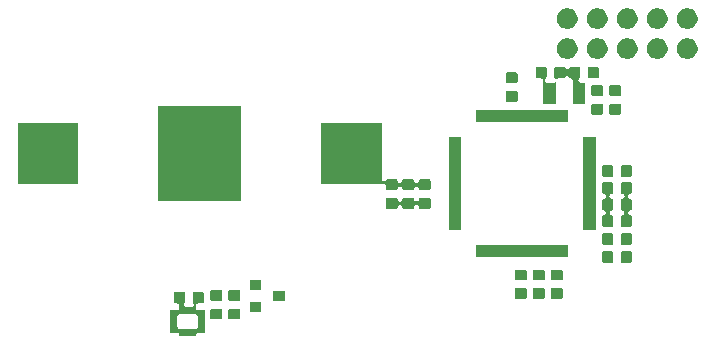
<source format=gbr>
G04 #@! TF.GenerationSoftware,KiCad,Pcbnew,5.0.2+dfsg1-1~bpo9+1*
G04 #@! TF.CreationDate,2019-04-08T01:26:04+03:00*
G04 #@! TF.ProjectId,kicad,6b696361-642e-46b6-9963-61645f706362,rev?*
G04 #@! TF.SameCoordinates,Original*
G04 #@! TF.FileFunction,Soldermask,Bot*
G04 #@! TF.FilePolarity,Negative*
%FSLAX46Y46*%
G04 Gerber Fmt 4.6, Leading zero omitted, Abs format (unit mm)*
G04 Created by KiCad (PCBNEW 5.0.2+dfsg1-1~bpo9+1) date Mon 08 Apr 2019 01:26:04 AM MSK*
%MOMM*%
%LPD*%
G01*
G04 APERTURE LIST*
%ADD10C,0.100000*%
G04 APERTURE END LIST*
D10*
G36*
X145466908Y-104913075D02*
X145491382Y-104920499D01*
X145513946Y-104932559D01*
X145533716Y-104948784D01*
X145549941Y-104968554D01*
X145562001Y-104991118D01*
X145569425Y-105015592D01*
X145572900Y-105050877D01*
X145572900Y-105769123D01*
X145569425Y-105804408D01*
X145562001Y-105828882D01*
X145549942Y-105851442D01*
X145531166Y-105874321D01*
X145509384Y-105906920D01*
X145494380Y-105943142D01*
X145486731Y-105981596D01*
X145486731Y-106020803D01*
X145494380Y-106059256D01*
X145509383Y-106095479D01*
X145531165Y-106128078D01*
X145558889Y-106155802D01*
X145591488Y-106177584D01*
X145627710Y-106192588D01*
X145666164Y-106200237D01*
X145685768Y-106201200D01*
X146109232Y-106201200D01*
X146148250Y-106197357D01*
X146185769Y-106185976D01*
X146220346Y-106167494D01*
X146250653Y-106142621D01*
X146275526Y-106112314D01*
X146294008Y-106077737D01*
X146305389Y-106040218D01*
X146309232Y-106001200D01*
X146305389Y-105962182D01*
X146294008Y-105924663D01*
X146275526Y-105890086D01*
X146263834Y-105874321D01*
X146245058Y-105851442D01*
X146232999Y-105828882D01*
X146225575Y-105804408D01*
X146222100Y-105769123D01*
X146222100Y-105050877D01*
X146225575Y-105015592D01*
X146232999Y-104991118D01*
X146245059Y-104968554D01*
X146261284Y-104948784D01*
X146281054Y-104932559D01*
X146303618Y-104920499D01*
X146328092Y-104913075D01*
X146363377Y-104909600D01*
X147006623Y-104909600D01*
X147041908Y-104913075D01*
X147066382Y-104920499D01*
X147088946Y-104932559D01*
X147108716Y-104948784D01*
X147124941Y-104968554D01*
X147137001Y-104991118D01*
X147144425Y-105015592D01*
X147147900Y-105050877D01*
X147147900Y-105769123D01*
X147144425Y-105804408D01*
X147137001Y-105828882D01*
X147124941Y-105851446D01*
X147108716Y-105871216D01*
X147088946Y-105887441D01*
X147066382Y-105899501D01*
X147041908Y-105906925D01*
X147006623Y-105910400D01*
X146684800Y-105910400D01*
X146645782Y-105914243D01*
X146608263Y-105925624D01*
X146573686Y-105944106D01*
X146543379Y-105968979D01*
X146518506Y-105999286D01*
X146500024Y-106033863D01*
X146488643Y-106071382D01*
X146484800Y-106110400D01*
X146484800Y-106291200D01*
X146488643Y-106330218D01*
X146500024Y-106367737D01*
X146518506Y-106402314D01*
X146543379Y-106432621D01*
X146573686Y-106457494D01*
X146608263Y-106475976D01*
X146645782Y-106487357D01*
X146684800Y-106491200D01*
X147274800Y-106491200D01*
X147274800Y-108392000D01*
X146684800Y-108392000D01*
X146645782Y-108395843D01*
X146608263Y-108407224D01*
X146573686Y-108425706D01*
X146543379Y-108450579D01*
X146518506Y-108480886D01*
X146500024Y-108515463D01*
X146488643Y-108552982D01*
X146484800Y-108592000D01*
X146484800Y-108682000D01*
X145084000Y-108682000D01*
X145084000Y-108592000D01*
X145080157Y-108552982D01*
X145068776Y-108515463D01*
X145050294Y-108480886D01*
X145025421Y-108450579D01*
X144995114Y-108425706D01*
X144960537Y-108407224D01*
X144923018Y-108395843D01*
X144884000Y-108392000D01*
X144294000Y-108392000D01*
X144294000Y-107032000D01*
X144924800Y-107032000D01*
X144924800Y-107851200D01*
X144928643Y-107890218D01*
X144940024Y-107927737D01*
X144958506Y-107962314D01*
X144983379Y-107992621D01*
X145013686Y-108017494D01*
X145048263Y-108035976D01*
X145085782Y-108047357D01*
X145124800Y-108051200D01*
X146444000Y-108051200D01*
X146483018Y-108047357D01*
X146520537Y-108035976D01*
X146555114Y-108017494D01*
X146585421Y-107992621D01*
X146610294Y-107962314D01*
X146628776Y-107927737D01*
X146640157Y-107890218D01*
X146644000Y-107851200D01*
X146644000Y-107032000D01*
X146640157Y-106992982D01*
X146628776Y-106955463D01*
X146610294Y-106920886D01*
X146585421Y-106890579D01*
X146555114Y-106865706D01*
X146520537Y-106847224D01*
X146483018Y-106835843D01*
X146444000Y-106832000D01*
X145124800Y-106832000D01*
X145085782Y-106835843D01*
X145048263Y-106847224D01*
X145013686Y-106865706D01*
X144983379Y-106890579D01*
X144958506Y-106920886D01*
X144940024Y-106955463D01*
X144928643Y-106992982D01*
X144924800Y-107032000D01*
X144294000Y-107032000D01*
X144294000Y-106491200D01*
X144884000Y-106491200D01*
X144923018Y-106487357D01*
X144960537Y-106475976D01*
X144995114Y-106457494D01*
X145025421Y-106432621D01*
X145050294Y-106402314D01*
X145068776Y-106367737D01*
X145080157Y-106330218D01*
X145084000Y-106291200D01*
X145084000Y-106110400D01*
X145080157Y-106071382D01*
X145068776Y-106033863D01*
X145050294Y-105999286D01*
X145025421Y-105968979D01*
X144995114Y-105944106D01*
X144960537Y-105925624D01*
X144923018Y-105914243D01*
X144884000Y-105910400D01*
X144788377Y-105910400D01*
X144753092Y-105906925D01*
X144728618Y-105899501D01*
X144706054Y-105887441D01*
X144686284Y-105871216D01*
X144670059Y-105851446D01*
X144657999Y-105828882D01*
X144650575Y-105804408D01*
X144647100Y-105769123D01*
X144647100Y-105050877D01*
X144650575Y-105015592D01*
X144657999Y-104991118D01*
X144670059Y-104968554D01*
X144686284Y-104948784D01*
X144706054Y-104932559D01*
X144728618Y-104920499D01*
X144753092Y-104913075D01*
X144788377Y-104909600D01*
X145431623Y-104909600D01*
X145466908Y-104913075D01*
X145466908Y-104913075D01*
G37*
G36*
X150127408Y-106347575D02*
X150151882Y-106354999D01*
X150174446Y-106367059D01*
X150194216Y-106383284D01*
X150210441Y-106403054D01*
X150222501Y-106425618D01*
X150229925Y-106450092D01*
X150233400Y-106485377D01*
X150233400Y-107128623D01*
X150229925Y-107163908D01*
X150222501Y-107188382D01*
X150210441Y-107210946D01*
X150194216Y-107230716D01*
X150174446Y-107246941D01*
X150151882Y-107259001D01*
X150127408Y-107266425D01*
X150092123Y-107269900D01*
X149373877Y-107269900D01*
X149338592Y-107266425D01*
X149314118Y-107259001D01*
X149291554Y-107246941D01*
X149271784Y-107230716D01*
X149255559Y-107210946D01*
X149243499Y-107188382D01*
X149236075Y-107163908D01*
X149232600Y-107128623D01*
X149232600Y-106485377D01*
X149236075Y-106450092D01*
X149243499Y-106425618D01*
X149255559Y-106403054D01*
X149271784Y-106383284D01*
X149291554Y-106367059D01*
X149314118Y-106354999D01*
X149338592Y-106347575D01*
X149373877Y-106344100D01*
X150092123Y-106344100D01*
X150127408Y-106347575D01*
X150127408Y-106347575D01*
G37*
G36*
X148603408Y-106347575D02*
X148627882Y-106354999D01*
X148650446Y-106367059D01*
X148670216Y-106383284D01*
X148686441Y-106403054D01*
X148698501Y-106425618D01*
X148705925Y-106450092D01*
X148709400Y-106485377D01*
X148709400Y-107128623D01*
X148705925Y-107163908D01*
X148698501Y-107188382D01*
X148686441Y-107210946D01*
X148670216Y-107230716D01*
X148650446Y-107246941D01*
X148627882Y-107259001D01*
X148603408Y-107266425D01*
X148568123Y-107269900D01*
X147849877Y-107269900D01*
X147814592Y-107266425D01*
X147790118Y-107259001D01*
X147767554Y-107246941D01*
X147747784Y-107230716D01*
X147731559Y-107210946D01*
X147719499Y-107188382D01*
X147712075Y-107163908D01*
X147708600Y-107128623D01*
X147708600Y-106485377D01*
X147712075Y-106450092D01*
X147719499Y-106425618D01*
X147731559Y-106403054D01*
X147747784Y-106383284D01*
X147767554Y-106367059D01*
X147790118Y-106354999D01*
X147814592Y-106347575D01*
X147849877Y-106344100D01*
X148568123Y-106344100D01*
X148603408Y-106347575D01*
X148603408Y-106347575D01*
G37*
G36*
X152002400Y-106658400D02*
X151051600Y-106658400D01*
X151051600Y-105807600D01*
X152002400Y-105807600D01*
X152002400Y-106658400D01*
X152002400Y-106658400D01*
G37*
G36*
X154002400Y-105708400D02*
X153051600Y-105708400D01*
X153051600Y-104857600D01*
X154002400Y-104857600D01*
X154002400Y-105708400D01*
X154002400Y-105708400D01*
G37*
G36*
X148603408Y-104772575D02*
X148627882Y-104779999D01*
X148650446Y-104792059D01*
X148670216Y-104808284D01*
X148686441Y-104828054D01*
X148698501Y-104850618D01*
X148705925Y-104875092D01*
X148709400Y-104910377D01*
X148709400Y-105553623D01*
X148705925Y-105588908D01*
X148698501Y-105613382D01*
X148686441Y-105635946D01*
X148670216Y-105655716D01*
X148650446Y-105671941D01*
X148627882Y-105684001D01*
X148603408Y-105691425D01*
X148568123Y-105694900D01*
X147849877Y-105694900D01*
X147814592Y-105691425D01*
X147790118Y-105684001D01*
X147767554Y-105671941D01*
X147747784Y-105655716D01*
X147731559Y-105635946D01*
X147719499Y-105613382D01*
X147712075Y-105588908D01*
X147708600Y-105553623D01*
X147708600Y-104910377D01*
X147712075Y-104875092D01*
X147719499Y-104850618D01*
X147731559Y-104828054D01*
X147747784Y-104808284D01*
X147767554Y-104792059D01*
X147790118Y-104779999D01*
X147814592Y-104772575D01*
X147849877Y-104769100D01*
X148568123Y-104769100D01*
X148603408Y-104772575D01*
X148603408Y-104772575D01*
G37*
G36*
X150127408Y-104772575D02*
X150151882Y-104779999D01*
X150174446Y-104792059D01*
X150194216Y-104808284D01*
X150210441Y-104828054D01*
X150222501Y-104850618D01*
X150229925Y-104875092D01*
X150233400Y-104910377D01*
X150233400Y-105553623D01*
X150229925Y-105588908D01*
X150222501Y-105613382D01*
X150210441Y-105635946D01*
X150194216Y-105655716D01*
X150174446Y-105671941D01*
X150151882Y-105684001D01*
X150127408Y-105691425D01*
X150092123Y-105694900D01*
X149373877Y-105694900D01*
X149338592Y-105691425D01*
X149314118Y-105684001D01*
X149291554Y-105671941D01*
X149271784Y-105655716D01*
X149255559Y-105635946D01*
X149243499Y-105613382D01*
X149236075Y-105588908D01*
X149232600Y-105553623D01*
X149232600Y-104910377D01*
X149236075Y-104875092D01*
X149243499Y-104850618D01*
X149255559Y-104828054D01*
X149271784Y-104808284D01*
X149291554Y-104792059D01*
X149314118Y-104779999D01*
X149338592Y-104772575D01*
X149373877Y-104769100D01*
X150092123Y-104769100D01*
X150127408Y-104772575D01*
X150127408Y-104772575D01*
G37*
G36*
X174384408Y-104620575D02*
X174408882Y-104627999D01*
X174431446Y-104640059D01*
X174451216Y-104656284D01*
X174467441Y-104676054D01*
X174479501Y-104698618D01*
X174486925Y-104723092D01*
X174490400Y-104758377D01*
X174490400Y-105401623D01*
X174486925Y-105436908D01*
X174479501Y-105461382D01*
X174467441Y-105483946D01*
X174451216Y-105503716D01*
X174431446Y-105519941D01*
X174408882Y-105532001D01*
X174384408Y-105539425D01*
X174349123Y-105542900D01*
X173630877Y-105542900D01*
X173595592Y-105539425D01*
X173571118Y-105532001D01*
X173548554Y-105519941D01*
X173528784Y-105503716D01*
X173512559Y-105483946D01*
X173500499Y-105461382D01*
X173493075Y-105436908D01*
X173489600Y-105401623D01*
X173489600Y-104758377D01*
X173493075Y-104723092D01*
X173500499Y-104698618D01*
X173512559Y-104676054D01*
X173528784Y-104656284D01*
X173548554Y-104640059D01*
X173571118Y-104627999D01*
X173595592Y-104620575D01*
X173630877Y-104617100D01*
X174349123Y-104617100D01*
X174384408Y-104620575D01*
X174384408Y-104620575D01*
G37*
G36*
X177432408Y-104620575D02*
X177456882Y-104627999D01*
X177479446Y-104640059D01*
X177499216Y-104656284D01*
X177515441Y-104676054D01*
X177527501Y-104698618D01*
X177534925Y-104723092D01*
X177538400Y-104758377D01*
X177538400Y-105401623D01*
X177534925Y-105436908D01*
X177527501Y-105461382D01*
X177515441Y-105483946D01*
X177499216Y-105503716D01*
X177479446Y-105519941D01*
X177456882Y-105532001D01*
X177432408Y-105539425D01*
X177397123Y-105542900D01*
X176678877Y-105542900D01*
X176643592Y-105539425D01*
X176619118Y-105532001D01*
X176596554Y-105519941D01*
X176576784Y-105503716D01*
X176560559Y-105483946D01*
X176548499Y-105461382D01*
X176541075Y-105436908D01*
X176537600Y-105401623D01*
X176537600Y-104758377D01*
X176541075Y-104723092D01*
X176548499Y-104698618D01*
X176560559Y-104676054D01*
X176576784Y-104656284D01*
X176596554Y-104640059D01*
X176619118Y-104627999D01*
X176643592Y-104620575D01*
X176678877Y-104617100D01*
X177397123Y-104617100D01*
X177432408Y-104620575D01*
X177432408Y-104620575D01*
G37*
G36*
X175908408Y-104620575D02*
X175932882Y-104627999D01*
X175955446Y-104640059D01*
X175975216Y-104656284D01*
X175991441Y-104676054D01*
X176003501Y-104698618D01*
X176010925Y-104723092D01*
X176014400Y-104758377D01*
X176014400Y-105401623D01*
X176010925Y-105436908D01*
X176003501Y-105461382D01*
X175991441Y-105483946D01*
X175975216Y-105503716D01*
X175955446Y-105519941D01*
X175932882Y-105532001D01*
X175908408Y-105539425D01*
X175873123Y-105542900D01*
X175154877Y-105542900D01*
X175119592Y-105539425D01*
X175095118Y-105532001D01*
X175072554Y-105519941D01*
X175052784Y-105503716D01*
X175036559Y-105483946D01*
X175024499Y-105461382D01*
X175017075Y-105436908D01*
X175013600Y-105401623D01*
X175013600Y-104758377D01*
X175017075Y-104723092D01*
X175024499Y-104698618D01*
X175036559Y-104676054D01*
X175052784Y-104656284D01*
X175072554Y-104640059D01*
X175095118Y-104627999D01*
X175119592Y-104620575D01*
X175154877Y-104617100D01*
X175873123Y-104617100D01*
X175908408Y-104620575D01*
X175908408Y-104620575D01*
G37*
G36*
X152002400Y-104758400D02*
X151051600Y-104758400D01*
X151051600Y-103907600D01*
X152002400Y-103907600D01*
X152002400Y-104758400D01*
X152002400Y-104758400D01*
G37*
G36*
X174384408Y-103045575D02*
X174408882Y-103052999D01*
X174431446Y-103065059D01*
X174451216Y-103081284D01*
X174467441Y-103101054D01*
X174479501Y-103123618D01*
X174486925Y-103148092D01*
X174490400Y-103183377D01*
X174490400Y-103826623D01*
X174486925Y-103861908D01*
X174479501Y-103886382D01*
X174467441Y-103908946D01*
X174451216Y-103928716D01*
X174431446Y-103944941D01*
X174408882Y-103957001D01*
X174384408Y-103964425D01*
X174349123Y-103967900D01*
X173630877Y-103967900D01*
X173595592Y-103964425D01*
X173571118Y-103957001D01*
X173548554Y-103944941D01*
X173528784Y-103928716D01*
X173512559Y-103908946D01*
X173500499Y-103886382D01*
X173493075Y-103861908D01*
X173489600Y-103826623D01*
X173489600Y-103183377D01*
X173493075Y-103148092D01*
X173500499Y-103123618D01*
X173512559Y-103101054D01*
X173528784Y-103081284D01*
X173548554Y-103065059D01*
X173571118Y-103052999D01*
X173595592Y-103045575D01*
X173630877Y-103042100D01*
X174349123Y-103042100D01*
X174384408Y-103045575D01*
X174384408Y-103045575D01*
G37*
G36*
X175908408Y-103045575D02*
X175932882Y-103052999D01*
X175955446Y-103065059D01*
X175975216Y-103081284D01*
X175991441Y-103101054D01*
X176003501Y-103123618D01*
X176010925Y-103148092D01*
X176014400Y-103183377D01*
X176014400Y-103826623D01*
X176010925Y-103861908D01*
X176003501Y-103886382D01*
X175991441Y-103908946D01*
X175975216Y-103928716D01*
X175955446Y-103944941D01*
X175932882Y-103957001D01*
X175908408Y-103964425D01*
X175873123Y-103967900D01*
X175154877Y-103967900D01*
X175119592Y-103964425D01*
X175095118Y-103957001D01*
X175072554Y-103944941D01*
X175052784Y-103928716D01*
X175036559Y-103908946D01*
X175024499Y-103886382D01*
X175017075Y-103861908D01*
X175013600Y-103826623D01*
X175013600Y-103183377D01*
X175017075Y-103148092D01*
X175024499Y-103123618D01*
X175036559Y-103101054D01*
X175052784Y-103081284D01*
X175072554Y-103065059D01*
X175095118Y-103052999D01*
X175119592Y-103045575D01*
X175154877Y-103042100D01*
X175873123Y-103042100D01*
X175908408Y-103045575D01*
X175908408Y-103045575D01*
G37*
G36*
X177432408Y-103045575D02*
X177456882Y-103052999D01*
X177479446Y-103065059D01*
X177499216Y-103081284D01*
X177515441Y-103101054D01*
X177527501Y-103123618D01*
X177534925Y-103148092D01*
X177538400Y-103183377D01*
X177538400Y-103826623D01*
X177534925Y-103861908D01*
X177527501Y-103886382D01*
X177515441Y-103908946D01*
X177499216Y-103928716D01*
X177479446Y-103944941D01*
X177456882Y-103957001D01*
X177432408Y-103964425D01*
X177397123Y-103967900D01*
X176678877Y-103967900D01*
X176643592Y-103964425D01*
X176619118Y-103957001D01*
X176596554Y-103944941D01*
X176576784Y-103928716D01*
X176560559Y-103908946D01*
X176548499Y-103886382D01*
X176541075Y-103861908D01*
X176537600Y-103826623D01*
X176537600Y-103183377D01*
X176541075Y-103148092D01*
X176548499Y-103123618D01*
X176560559Y-103101054D01*
X176576784Y-103081284D01*
X176596554Y-103065059D01*
X176619118Y-103052999D01*
X176643592Y-103045575D01*
X176678877Y-103042100D01*
X177397123Y-103042100D01*
X177432408Y-103045575D01*
X177432408Y-103045575D01*
G37*
G36*
X181712908Y-101484075D02*
X181737382Y-101491499D01*
X181759946Y-101503559D01*
X181779716Y-101519784D01*
X181795941Y-101539554D01*
X181808001Y-101562118D01*
X181815425Y-101586592D01*
X181818900Y-101621877D01*
X181818900Y-102340123D01*
X181815425Y-102375408D01*
X181808001Y-102399882D01*
X181795941Y-102422446D01*
X181779716Y-102442216D01*
X181759946Y-102458441D01*
X181737382Y-102470501D01*
X181712908Y-102477925D01*
X181677623Y-102481400D01*
X181034377Y-102481400D01*
X180999092Y-102477925D01*
X180974618Y-102470501D01*
X180952054Y-102458441D01*
X180932284Y-102442216D01*
X180916059Y-102422446D01*
X180903999Y-102399882D01*
X180896575Y-102375408D01*
X180893100Y-102340123D01*
X180893100Y-101621877D01*
X180896575Y-101586592D01*
X180903999Y-101562118D01*
X180916059Y-101539554D01*
X180932284Y-101519784D01*
X180952054Y-101503559D01*
X180974618Y-101491499D01*
X180999092Y-101484075D01*
X181034377Y-101480600D01*
X181677623Y-101480600D01*
X181712908Y-101484075D01*
X181712908Y-101484075D01*
G37*
G36*
X183287908Y-101484075D02*
X183312382Y-101491499D01*
X183334946Y-101503559D01*
X183354716Y-101519784D01*
X183370941Y-101539554D01*
X183383001Y-101562118D01*
X183390425Y-101586592D01*
X183393900Y-101621877D01*
X183393900Y-102340123D01*
X183390425Y-102375408D01*
X183383001Y-102399882D01*
X183370941Y-102422446D01*
X183354716Y-102442216D01*
X183334946Y-102458441D01*
X183312382Y-102470501D01*
X183287908Y-102477925D01*
X183252623Y-102481400D01*
X182609377Y-102481400D01*
X182574092Y-102477925D01*
X182549618Y-102470501D01*
X182527054Y-102458441D01*
X182507284Y-102442216D01*
X182491059Y-102422446D01*
X182478999Y-102399882D01*
X182471575Y-102375408D01*
X182468100Y-102340123D01*
X182468100Y-101621877D01*
X182471575Y-101586592D01*
X182478999Y-101562118D01*
X182491059Y-101539554D01*
X182507284Y-101519784D01*
X182527054Y-101503559D01*
X182549618Y-101491499D01*
X182574092Y-101484075D01*
X182609377Y-101480600D01*
X183252623Y-101480600D01*
X183287908Y-101484075D01*
X183287908Y-101484075D01*
G37*
G36*
X178007480Y-101982960D02*
X170206680Y-101982960D01*
X170206680Y-100932160D01*
X178007480Y-100932160D01*
X178007480Y-101982960D01*
X178007480Y-101982960D01*
G37*
G36*
X183287908Y-99960075D02*
X183312382Y-99967499D01*
X183334946Y-99979559D01*
X183354716Y-99995784D01*
X183370941Y-100015554D01*
X183383001Y-100038118D01*
X183390425Y-100062592D01*
X183393900Y-100097877D01*
X183393900Y-100816123D01*
X183390425Y-100851408D01*
X183383001Y-100875882D01*
X183370941Y-100898446D01*
X183354716Y-100918216D01*
X183334946Y-100934441D01*
X183312382Y-100946501D01*
X183287908Y-100953925D01*
X183252623Y-100957400D01*
X182609377Y-100957400D01*
X182574092Y-100953925D01*
X182549618Y-100946501D01*
X182527054Y-100934441D01*
X182507284Y-100918216D01*
X182491059Y-100898446D01*
X182478999Y-100875882D01*
X182471575Y-100851408D01*
X182468100Y-100816123D01*
X182468100Y-100097877D01*
X182471575Y-100062592D01*
X182478999Y-100038118D01*
X182491059Y-100015554D01*
X182507284Y-99995784D01*
X182527054Y-99979559D01*
X182549618Y-99967499D01*
X182574092Y-99960075D01*
X182609377Y-99956600D01*
X183252623Y-99956600D01*
X183287908Y-99960075D01*
X183287908Y-99960075D01*
G37*
G36*
X181712908Y-99960075D02*
X181737382Y-99967499D01*
X181759946Y-99979559D01*
X181779716Y-99995784D01*
X181795941Y-100015554D01*
X181808001Y-100038118D01*
X181815425Y-100062592D01*
X181818900Y-100097877D01*
X181818900Y-100816123D01*
X181815425Y-100851408D01*
X181808001Y-100875882D01*
X181795941Y-100898446D01*
X181779716Y-100918216D01*
X181759946Y-100934441D01*
X181737382Y-100946501D01*
X181712908Y-100953925D01*
X181677623Y-100957400D01*
X181034377Y-100957400D01*
X180999092Y-100953925D01*
X180974618Y-100946501D01*
X180952054Y-100934441D01*
X180932284Y-100918216D01*
X180916059Y-100898446D01*
X180903999Y-100875882D01*
X180896575Y-100851408D01*
X180893100Y-100816123D01*
X180893100Y-100097877D01*
X180896575Y-100062592D01*
X180903999Y-100038118D01*
X180916059Y-100015554D01*
X180932284Y-99995784D01*
X180952054Y-99979559D01*
X180974618Y-99967499D01*
X180999092Y-99960075D01*
X181034377Y-99956600D01*
X181677623Y-99956600D01*
X181712908Y-99960075D01*
X181712908Y-99960075D01*
G37*
G36*
X168932480Y-99657960D02*
X167881680Y-99657960D01*
X167881680Y-91857160D01*
X168932480Y-91857160D01*
X168932480Y-99657960D01*
X168932480Y-99657960D01*
G37*
G36*
X180332480Y-99657960D02*
X179281680Y-99657960D01*
X179281680Y-91857160D01*
X180332480Y-91857160D01*
X180332480Y-99657960D01*
X180332480Y-99657960D01*
G37*
G36*
X183287908Y-95642075D02*
X183312382Y-95649499D01*
X183334946Y-95661559D01*
X183354716Y-95677784D01*
X183370941Y-95697554D01*
X183383001Y-95720118D01*
X183390425Y-95744592D01*
X183393900Y-95779877D01*
X183393900Y-96498123D01*
X183390425Y-96533408D01*
X183383001Y-96557882D01*
X183370941Y-96580446D01*
X183354716Y-96600216D01*
X183334946Y-96616441D01*
X183312382Y-96628501D01*
X183287908Y-96635925D01*
X183262136Y-96638463D01*
X183223682Y-96646112D01*
X183187460Y-96661116D01*
X183154861Y-96682898D01*
X183127137Y-96710622D01*
X183105355Y-96743221D01*
X183090352Y-96779444D01*
X183082703Y-96817897D01*
X183082703Y-96857104D01*
X183090352Y-96895558D01*
X183105356Y-96931780D01*
X183127138Y-96964379D01*
X183154862Y-96992103D01*
X183187461Y-97013885D01*
X183223684Y-97028888D01*
X183262136Y-97036537D01*
X183287908Y-97039075D01*
X183312382Y-97046499D01*
X183334946Y-97058559D01*
X183354716Y-97074784D01*
X183370941Y-97094554D01*
X183383001Y-97117118D01*
X183390425Y-97141592D01*
X183393900Y-97176877D01*
X183393900Y-97895123D01*
X183390425Y-97930408D01*
X183383001Y-97954882D01*
X183370941Y-97977446D01*
X183354716Y-97997216D01*
X183334946Y-98013441D01*
X183312382Y-98025501D01*
X183287908Y-98032925D01*
X183262136Y-98035463D01*
X183223682Y-98043112D01*
X183187460Y-98058116D01*
X183154861Y-98079898D01*
X183127137Y-98107622D01*
X183105355Y-98140221D01*
X183090352Y-98176444D01*
X183082703Y-98214897D01*
X183082703Y-98254104D01*
X183090352Y-98292558D01*
X183105356Y-98328780D01*
X183127138Y-98361379D01*
X183154862Y-98389103D01*
X183187461Y-98410885D01*
X183223684Y-98425888D01*
X183262136Y-98433537D01*
X183287908Y-98436075D01*
X183312382Y-98443499D01*
X183334946Y-98455559D01*
X183354716Y-98471784D01*
X183370941Y-98491554D01*
X183383001Y-98514118D01*
X183390425Y-98538592D01*
X183393900Y-98573877D01*
X183393900Y-99292123D01*
X183390425Y-99327408D01*
X183383001Y-99351882D01*
X183370941Y-99374446D01*
X183354716Y-99394216D01*
X183334946Y-99410441D01*
X183312382Y-99422501D01*
X183287908Y-99429925D01*
X183252623Y-99433400D01*
X182609377Y-99433400D01*
X182574092Y-99429925D01*
X182549618Y-99422501D01*
X182527054Y-99410441D01*
X182507284Y-99394216D01*
X182491059Y-99374446D01*
X182478999Y-99351882D01*
X182471575Y-99327408D01*
X182468100Y-99292123D01*
X182468100Y-98573877D01*
X182471575Y-98538592D01*
X182478999Y-98514118D01*
X182491059Y-98491554D01*
X182507284Y-98471784D01*
X182527054Y-98455559D01*
X182549618Y-98443499D01*
X182574092Y-98436075D01*
X182599864Y-98433537D01*
X182638318Y-98425888D01*
X182674540Y-98410884D01*
X182707139Y-98389102D01*
X182734863Y-98361378D01*
X182756645Y-98328779D01*
X182771648Y-98292556D01*
X182779297Y-98254103D01*
X182779297Y-98214896D01*
X182771648Y-98176442D01*
X182756644Y-98140220D01*
X182734862Y-98107621D01*
X182707138Y-98079897D01*
X182674539Y-98058115D01*
X182638316Y-98043112D01*
X182599864Y-98035463D01*
X182574092Y-98032925D01*
X182549618Y-98025501D01*
X182527054Y-98013441D01*
X182507284Y-97997216D01*
X182491059Y-97977446D01*
X182478999Y-97954882D01*
X182471575Y-97930408D01*
X182468100Y-97895123D01*
X182468100Y-97176877D01*
X182471575Y-97141592D01*
X182478999Y-97117118D01*
X182491059Y-97094554D01*
X182507284Y-97074784D01*
X182527054Y-97058559D01*
X182549618Y-97046499D01*
X182574092Y-97039075D01*
X182599864Y-97036537D01*
X182638318Y-97028888D01*
X182674540Y-97013884D01*
X182707139Y-96992102D01*
X182734863Y-96964378D01*
X182756645Y-96931779D01*
X182771648Y-96895556D01*
X182779297Y-96857103D01*
X182779297Y-96817896D01*
X182771648Y-96779442D01*
X182756644Y-96743220D01*
X182734862Y-96710621D01*
X182707138Y-96682897D01*
X182674539Y-96661115D01*
X182638316Y-96646112D01*
X182599864Y-96638463D01*
X182574092Y-96635925D01*
X182549618Y-96628501D01*
X182527054Y-96616441D01*
X182507284Y-96600216D01*
X182491059Y-96580446D01*
X182478999Y-96557882D01*
X182471575Y-96533408D01*
X182468100Y-96498123D01*
X182468100Y-95779877D01*
X182471575Y-95744592D01*
X182478999Y-95720118D01*
X182491059Y-95697554D01*
X182507284Y-95677784D01*
X182527054Y-95661559D01*
X182549618Y-95649499D01*
X182574092Y-95642075D01*
X182609377Y-95638600D01*
X183252623Y-95638600D01*
X183287908Y-95642075D01*
X183287908Y-95642075D01*
G37*
G36*
X181712908Y-95642075D02*
X181737382Y-95649499D01*
X181759946Y-95661559D01*
X181779716Y-95677784D01*
X181795941Y-95697554D01*
X181808001Y-95720118D01*
X181815425Y-95744592D01*
X181818900Y-95779877D01*
X181818900Y-96498123D01*
X181815425Y-96533408D01*
X181808001Y-96557882D01*
X181795941Y-96580446D01*
X181779716Y-96600216D01*
X181759946Y-96616441D01*
X181737382Y-96628501D01*
X181712908Y-96635925D01*
X181687136Y-96638463D01*
X181648682Y-96646112D01*
X181612460Y-96661116D01*
X181579861Y-96682898D01*
X181552137Y-96710622D01*
X181530355Y-96743221D01*
X181515352Y-96779444D01*
X181507703Y-96817897D01*
X181507703Y-96857104D01*
X181515352Y-96895558D01*
X181530356Y-96931780D01*
X181552138Y-96964379D01*
X181579862Y-96992103D01*
X181612461Y-97013885D01*
X181648684Y-97028888D01*
X181687136Y-97036537D01*
X181712908Y-97039075D01*
X181737382Y-97046499D01*
X181759946Y-97058559D01*
X181779716Y-97074784D01*
X181795941Y-97094554D01*
X181808001Y-97117118D01*
X181815425Y-97141592D01*
X181818900Y-97176877D01*
X181818900Y-97895123D01*
X181815425Y-97930408D01*
X181808001Y-97954882D01*
X181795941Y-97977446D01*
X181779716Y-97997216D01*
X181759946Y-98013441D01*
X181737382Y-98025501D01*
X181712908Y-98032925D01*
X181687136Y-98035463D01*
X181648682Y-98043112D01*
X181612460Y-98058116D01*
X181579861Y-98079898D01*
X181552137Y-98107622D01*
X181530355Y-98140221D01*
X181515352Y-98176444D01*
X181507703Y-98214897D01*
X181507703Y-98254104D01*
X181515352Y-98292558D01*
X181530356Y-98328780D01*
X181552138Y-98361379D01*
X181579862Y-98389103D01*
X181612461Y-98410885D01*
X181648684Y-98425888D01*
X181687136Y-98433537D01*
X181712908Y-98436075D01*
X181737382Y-98443499D01*
X181759946Y-98455559D01*
X181779716Y-98471784D01*
X181795941Y-98491554D01*
X181808001Y-98514118D01*
X181815425Y-98538592D01*
X181818900Y-98573877D01*
X181818900Y-99292123D01*
X181815425Y-99327408D01*
X181808001Y-99351882D01*
X181795941Y-99374446D01*
X181779716Y-99394216D01*
X181759946Y-99410441D01*
X181737382Y-99422501D01*
X181712908Y-99429925D01*
X181677623Y-99433400D01*
X181034377Y-99433400D01*
X180999092Y-99429925D01*
X180974618Y-99422501D01*
X180952054Y-99410441D01*
X180932284Y-99394216D01*
X180916059Y-99374446D01*
X180903999Y-99351882D01*
X180896575Y-99327408D01*
X180893100Y-99292123D01*
X180893100Y-98573877D01*
X180896575Y-98538592D01*
X180903999Y-98514118D01*
X180916059Y-98491554D01*
X180932284Y-98471784D01*
X180952054Y-98455559D01*
X180974618Y-98443499D01*
X180999092Y-98436075D01*
X181024864Y-98433537D01*
X181063318Y-98425888D01*
X181099540Y-98410884D01*
X181132139Y-98389102D01*
X181159863Y-98361378D01*
X181181645Y-98328779D01*
X181196648Y-98292556D01*
X181204297Y-98254103D01*
X181204297Y-98214896D01*
X181196648Y-98176442D01*
X181181644Y-98140220D01*
X181159862Y-98107621D01*
X181132138Y-98079897D01*
X181099539Y-98058115D01*
X181063316Y-98043112D01*
X181024864Y-98035463D01*
X180999092Y-98032925D01*
X180974618Y-98025501D01*
X180952054Y-98013441D01*
X180932284Y-97997216D01*
X180916059Y-97977446D01*
X180903999Y-97954882D01*
X180896575Y-97930408D01*
X180893100Y-97895123D01*
X180893100Y-97176877D01*
X180896575Y-97141592D01*
X180903999Y-97117118D01*
X180916059Y-97094554D01*
X180932284Y-97074784D01*
X180952054Y-97058559D01*
X180974618Y-97046499D01*
X180999092Y-97039075D01*
X181024864Y-97036537D01*
X181063318Y-97028888D01*
X181099540Y-97013884D01*
X181132139Y-96992102D01*
X181159863Y-96964378D01*
X181181645Y-96931779D01*
X181196648Y-96895556D01*
X181204297Y-96857103D01*
X181204297Y-96817896D01*
X181196648Y-96779442D01*
X181181644Y-96743220D01*
X181159862Y-96710621D01*
X181132138Y-96682897D01*
X181099539Y-96661115D01*
X181063316Y-96646112D01*
X181024864Y-96638463D01*
X180999092Y-96635925D01*
X180974618Y-96628501D01*
X180952054Y-96616441D01*
X180932284Y-96600216D01*
X180916059Y-96580446D01*
X180903999Y-96557882D01*
X180896575Y-96533408D01*
X180893100Y-96498123D01*
X180893100Y-95779877D01*
X180896575Y-95744592D01*
X180903999Y-95720118D01*
X180916059Y-95697554D01*
X180932284Y-95677784D01*
X180952054Y-95661559D01*
X180974618Y-95649499D01*
X180999092Y-95642075D01*
X181034377Y-95638600D01*
X181677623Y-95638600D01*
X181712908Y-95642075D01*
X181712908Y-95642075D01*
G37*
G36*
X163462408Y-96975075D02*
X163486882Y-96982499D01*
X163509446Y-96994559D01*
X163529216Y-97010784D01*
X163545441Y-97030554D01*
X163557501Y-97053118D01*
X163564925Y-97077592D01*
X163567463Y-97103364D01*
X163575112Y-97141818D01*
X163590116Y-97178040D01*
X163611898Y-97210639D01*
X163639622Y-97238363D01*
X163672221Y-97260145D01*
X163708444Y-97275148D01*
X163746897Y-97282797D01*
X163786104Y-97282797D01*
X163824558Y-97275148D01*
X163860780Y-97260144D01*
X163893379Y-97238362D01*
X163921103Y-97210638D01*
X163942885Y-97178039D01*
X163957888Y-97141816D01*
X163965537Y-97103364D01*
X163968075Y-97077592D01*
X163975499Y-97053118D01*
X163987559Y-97030554D01*
X164003784Y-97010784D01*
X164023554Y-96994559D01*
X164046118Y-96982499D01*
X164070592Y-96975075D01*
X164105877Y-96971600D01*
X164824123Y-96971600D01*
X164859408Y-96975075D01*
X164883882Y-96982499D01*
X164906446Y-96994559D01*
X164926216Y-97010784D01*
X164942441Y-97030554D01*
X164954501Y-97053118D01*
X164961925Y-97077592D01*
X164964463Y-97103364D01*
X164972112Y-97141818D01*
X164987116Y-97178040D01*
X165008898Y-97210639D01*
X165036622Y-97238363D01*
X165069221Y-97260145D01*
X165105444Y-97275148D01*
X165143897Y-97282797D01*
X165183104Y-97282797D01*
X165221558Y-97275148D01*
X165257780Y-97260144D01*
X165290379Y-97238362D01*
X165318103Y-97210638D01*
X165339885Y-97178039D01*
X165354888Y-97141816D01*
X165362537Y-97103364D01*
X165365075Y-97077592D01*
X165372499Y-97053118D01*
X165384559Y-97030554D01*
X165400784Y-97010784D01*
X165420554Y-96994559D01*
X165443118Y-96982499D01*
X165467592Y-96975075D01*
X165502877Y-96971600D01*
X166221123Y-96971600D01*
X166256408Y-96975075D01*
X166280882Y-96982499D01*
X166303446Y-96994559D01*
X166323216Y-97010784D01*
X166339441Y-97030554D01*
X166351501Y-97053118D01*
X166358925Y-97077592D01*
X166362400Y-97112877D01*
X166362400Y-97756123D01*
X166358925Y-97791408D01*
X166351501Y-97815882D01*
X166339441Y-97838446D01*
X166323216Y-97858216D01*
X166303446Y-97874441D01*
X166280882Y-97886501D01*
X166256408Y-97893925D01*
X166221123Y-97897400D01*
X165502877Y-97897400D01*
X165467592Y-97893925D01*
X165443118Y-97886501D01*
X165420554Y-97874441D01*
X165400784Y-97858216D01*
X165384559Y-97838446D01*
X165372499Y-97815882D01*
X165365075Y-97791408D01*
X165362537Y-97765636D01*
X165354888Y-97727182D01*
X165339884Y-97690960D01*
X165318102Y-97658361D01*
X165290378Y-97630637D01*
X165257779Y-97608855D01*
X165221556Y-97593852D01*
X165183103Y-97586203D01*
X165143896Y-97586203D01*
X165105442Y-97593852D01*
X165069220Y-97608856D01*
X165036621Y-97630638D01*
X165008897Y-97658362D01*
X164987115Y-97690961D01*
X164972112Y-97727184D01*
X164964463Y-97765636D01*
X164961925Y-97791408D01*
X164954501Y-97815882D01*
X164942441Y-97838446D01*
X164926216Y-97858216D01*
X164906446Y-97874441D01*
X164883882Y-97886501D01*
X164859408Y-97893925D01*
X164824123Y-97897400D01*
X164105877Y-97897400D01*
X164070592Y-97893925D01*
X164046118Y-97886501D01*
X164023554Y-97874441D01*
X164003784Y-97858216D01*
X163987559Y-97838446D01*
X163975499Y-97815882D01*
X163968075Y-97791408D01*
X163965537Y-97765636D01*
X163957888Y-97727182D01*
X163942884Y-97690960D01*
X163921102Y-97658361D01*
X163893378Y-97630637D01*
X163860779Y-97608855D01*
X163824556Y-97593852D01*
X163786103Y-97586203D01*
X163746896Y-97586203D01*
X163708442Y-97593852D01*
X163672220Y-97608856D01*
X163639621Y-97630638D01*
X163611897Y-97658362D01*
X163590115Y-97690961D01*
X163575112Y-97727184D01*
X163567463Y-97765636D01*
X163564925Y-97791408D01*
X163557501Y-97815882D01*
X163545441Y-97838446D01*
X163529216Y-97858216D01*
X163509446Y-97874441D01*
X163486882Y-97886501D01*
X163462408Y-97893925D01*
X163427123Y-97897400D01*
X162708877Y-97897400D01*
X162673592Y-97893925D01*
X162649118Y-97886501D01*
X162626554Y-97874441D01*
X162606784Y-97858216D01*
X162590559Y-97838446D01*
X162578499Y-97815882D01*
X162571075Y-97791408D01*
X162567600Y-97756123D01*
X162567600Y-97112877D01*
X162571075Y-97077592D01*
X162578499Y-97053118D01*
X162590559Y-97030554D01*
X162606784Y-97010784D01*
X162626554Y-96994559D01*
X162649118Y-96982499D01*
X162673592Y-96975075D01*
X162708877Y-96971600D01*
X163427123Y-96971600D01*
X163462408Y-96975075D01*
X163462408Y-96975075D01*
G37*
G36*
X150337400Y-97243400D02*
X143286600Y-97243400D01*
X143286600Y-89192600D01*
X150337400Y-89192600D01*
X150337400Y-97243400D01*
X150337400Y-97243400D01*
G37*
G36*
X162227400Y-95339104D02*
X162231243Y-95378122D01*
X162242624Y-95415641D01*
X162261106Y-95450218D01*
X162285979Y-95480525D01*
X162316286Y-95505398D01*
X162350863Y-95523880D01*
X162388382Y-95535261D01*
X162427400Y-95539104D01*
X162466418Y-95535261D01*
X162503937Y-95523880D01*
X162538514Y-95505398D01*
X162568821Y-95480525D01*
X162582003Y-95465982D01*
X162606788Y-95435782D01*
X162626554Y-95419559D01*
X162649118Y-95407499D01*
X162673592Y-95400075D01*
X162708877Y-95396600D01*
X163427123Y-95396600D01*
X163462408Y-95400075D01*
X163486882Y-95407499D01*
X163509446Y-95419559D01*
X163529216Y-95435784D01*
X163545441Y-95455554D01*
X163557501Y-95478118D01*
X163564925Y-95502592D01*
X163567463Y-95528364D01*
X163575112Y-95566818D01*
X163590116Y-95603040D01*
X163611898Y-95635639D01*
X163639622Y-95663363D01*
X163672221Y-95685145D01*
X163708444Y-95700148D01*
X163746897Y-95707797D01*
X163786104Y-95707797D01*
X163824558Y-95700148D01*
X163860780Y-95685144D01*
X163893379Y-95663362D01*
X163921103Y-95635638D01*
X163942885Y-95603039D01*
X163957888Y-95566816D01*
X163965537Y-95528364D01*
X163968075Y-95502592D01*
X163975499Y-95478118D01*
X163987559Y-95455554D01*
X164003784Y-95435784D01*
X164023554Y-95419559D01*
X164046118Y-95407499D01*
X164070592Y-95400075D01*
X164105877Y-95396600D01*
X164824123Y-95396600D01*
X164859408Y-95400075D01*
X164883882Y-95407499D01*
X164906446Y-95419559D01*
X164926216Y-95435784D01*
X164942441Y-95455554D01*
X164954501Y-95478118D01*
X164961925Y-95502592D01*
X164964463Y-95528364D01*
X164972112Y-95566818D01*
X164987116Y-95603040D01*
X165008898Y-95635639D01*
X165036622Y-95663363D01*
X165069221Y-95685145D01*
X165105444Y-95700148D01*
X165143897Y-95707797D01*
X165183104Y-95707797D01*
X165221558Y-95700148D01*
X165257780Y-95685144D01*
X165290379Y-95663362D01*
X165318103Y-95635638D01*
X165339885Y-95603039D01*
X165354888Y-95566816D01*
X165362537Y-95528364D01*
X165365075Y-95502592D01*
X165372499Y-95478118D01*
X165384559Y-95455554D01*
X165400784Y-95435784D01*
X165420554Y-95419559D01*
X165443118Y-95407499D01*
X165467592Y-95400075D01*
X165502877Y-95396600D01*
X166221123Y-95396600D01*
X166256408Y-95400075D01*
X166280882Y-95407499D01*
X166303446Y-95419559D01*
X166323216Y-95435784D01*
X166339441Y-95455554D01*
X166351501Y-95478118D01*
X166358925Y-95502592D01*
X166362400Y-95537877D01*
X166362400Y-96181123D01*
X166358925Y-96216408D01*
X166351501Y-96240882D01*
X166339441Y-96263446D01*
X166323216Y-96283216D01*
X166303446Y-96299441D01*
X166280882Y-96311501D01*
X166256408Y-96318925D01*
X166221123Y-96322400D01*
X165502877Y-96322400D01*
X165467592Y-96318925D01*
X165443118Y-96311501D01*
X165420554Y-96299441D01*
X165400784Y-96283216D01*
X165384559Y-96263446D01*
X165372499Y-96240882D01*
X165365075Y-96216408D01*
X165362537Y-96190636D01*
X165354888Y-96152182D01*
X165339884Y-96115960D01*
X165318102Y-96083361D01*
X165290378Y-96055637D01*
X165257779Y-96033855D01*
X165221556Y-96018852D01*
X165183103Y-96011203D01*
X165143896Y-96011203D01*
X165105442Y-96018852D01*
X165069220Y-96033856D01*
X165036621Y-96055638D01*
X165008897Y-96083362D01*
X164987115Y-96115961D01*
X164972112Y-96152184D01*
X164964463Y-96190636D01*
X164961925Y-96216408D01*
X164954501Y-96240882D01*
X164942441Y-96263446D01*
X164926216Y-96283216D01*
X164906446Y-96299441D01*
X164883882Y-96311501D01*
X164859408Y-96318925D01*
X164824123Y-96322400D01*
X164105877Y-96322400D01*
X164070592Y-96318925D01*
X164046118Y-96311501D01*
X164023554Y-96299441D01*
X164003784Y-96283216D01*
X163987559Y-96263446D01*
X163975499Y-96240882D01*
X163968075Y-96216408D01*
X163965537Y-96190636D01*
X163957888Y-96152182D01*
X163942884Y-96115960D01*
X163921102Y-96083361D01*
X163893378Y-96055637D01*
X163860779Y-96033855D01*
X163824556Y-96018852D01*
X163786103Y-96011203D01*
X163746896Y-96011203D01*
X163708442Y-96018852D01*
X163672220Y-96033856D01*
X163639621Y-96055638D01*
X163611897Y-96083362D01*
X163590115Y-96115961D01*
X163575112Y-96152184D01*
X163567463Y-96190636D01*
X163564925Y-96216408D01*
X163557501Y-96240882D01*
X163545441Y-96263446D01*
X163529216Y-96283216D01*
X163509446Y-96299441D01*
X163486882Y-96311501D01*
X163462408Y-96318925D01*
X163427123Y-96322400D01*
X162708877Y-96322400D01*
X162673592Y-96318925D01*
X162649118Y-96311501D01*
X162626554Y-96299441D01*
X162606784Y-96283216D01*
X162590559Y-96263446D01*
X162578499Y-96240882D01*
X162571075Y-96216408D01*
X162567600Y-96181123D01*
X162567600Y-95983400D01*
X162563757Y-95944382D01*
X162552376Y-95906863D01*
X162533894Y-95872286D01*
X162509021Y-95841979D01*
X162478714Y-95817106D01*
X162444137Y-95798624D01*
X162406618Y-95787243D01*
X162367600Y-95783400D01*
X157096600Y-95783400D01*
X157096600Y-90652600D01*
X162227400Y-90652600D01*
X162227400Y-95339104D01*
X162227400Y-95339104D01*
G37*
G36*
X136527400Y-95783400D02*
X131396600Y-95783400D01*
X131396600Y-90652600D01*
X136527400Y-90652600D01*
X136527400Y-95783400D01*
X136527400Y-95783400D01*
G37*
G36*
X183287908Y-94206975D02*
X183312382Y-94214399D01*
X183334946Y-94226459D01*
X183354716Y-94242684D01*
X183370941Y-94262454D01*
X183383001Y-94285018D01*
X183390425Y-94309492D01*
X183393900Y-94344777D01*
X183393900Y-95063023D01*
X183390425Y-95098308D01*
X183383001Y-95122782D01*
X183370941Y-95145346D01*
X183354716Y-95165116D01*
X183334946Y-95181341D01*
X183312382Y-95193401D01*
X183287908Y-95200825D01*
X183252623Y-95204300D01*
X182609377Y-95204300D01*
X182574092Y-95200825D01*
X182549618Y-95193401D01*
X182527054Y-95181341D01*
X182507284Y-95165116D01*
X182491059Y-95145346D01*
X182478999Y-95122782D01*
X182471575Y-95098308D01*
X182468100Y-95063023D01*
X182468100Y-94344777D01*
X182471575Y-94309492D01*
X182478999Y-94285018D01*
X182491059Y-94262454D01*
X182507284Y-94242684D01*
X182527054Y-94226459D01*
X182549618Y-94214399D01*
X182574092Y-94206975D01*
X182609377Y-94203500D01*
X183252623Y-94203500D01*
X183287908Y-94206975D01*
X183287908Y-94206975D01*
G37*
G36*
X181712908Y-94206975D02*
X181737382Y-94214399D01*
X181759946Y-94226459D01*
X181779716Y-94242684D01*
X181795941Y-94262454D01*
X181808001Y-94285018D01*
X181815425Y-94309492D01*
X181818900Y-94344777D01*
X181818900Y-95063023D01*
X181815425Y-95098308D01*
X181808001Y-95122782D01*
X181795941Y-95145346D01*
X181779716Y-95165116D01*
X181759946Y-95181341D01*
X181737382Y-95193401D01*
X181712908Y-95200825D01*
X181677623Y-95204300D01*
X181034377Y-95204300D01*
X180999092Y-95200825D01*
X180974618Y-95193401D01*
X180952054Y-95181341D01*
X180932284Y-95165116D01*
X180916059Y-95145346D01*
X180903999Y-95122782D01*
X180896575Y-95098308D01*
X180893100Y-95063023D01*
X180893100Y-94344777D01*
X180896575Y-94309492D01*
X180903999Y-94285018D01*
X180916059Y-94262454D01*
X180932284Y-94242684D01*
X180952054Y-94226459D01*
X180974618Y-94214399D01*
X180999092Y-94206975D01*
X181034377Y-94203500D01*
X181677623Y-94203500D01*
X181712908Y-94206975D01*
X181712908Y-94206975D01*
G37*
G36*
X178007480Y-90582960D02*
X170206680Y-90582960D01*
X170206680Y-89532160D01*
X178007480Y-89532160D01*
X178007480Y-90582960D01*
X178007480Y-90582960D01*
G37*
G36*
X180861408Y-88999575D02*
X180885882Y-89006999D01*
X180908446Y-89019059D01*
X180928216Y-89035284D01*
X180944441Y-89055054D01*
X180956501Y-89077618D01*
X180963925Y-89102092D01*
X180967400Y-89137377D01*
X180967400Y-89780623D01*
X180963925Y-89815908D01*
X180956501Y-89840382D01*
X180944441Y-89862946D01*
X180928216Y-89882716D01*
X180908446Y-89898941D01*
X180885882Y-89911001D01*
X180861408Y-89918425D01*
X180826123Y-89921900D01*
X180107877Y-89921900D01*
X180072592Y-89918425D01*
X180048118Y-89911001D01*
X180025554Y-89898941D01*
X180005784Y-89882716D01*
X179989559Y-89862946D01*
X179977499Y-89840382D01*
X179970075Y-89815908D01*
X179966600Y-89780623D01*
X179966600Y-89137377D01*
X179970075Y-89102092D01*
X179977499Y-89077618D01*
X179989559Y-89055054D01*
X180005784Y-89035284D01*
X180025554Y-89019059D01*
X180048118Y-89006999D01*
X180072592Y-88999575D01*
X180107877Y-88996100D01*
X180826123Y-88996100D01*
X180861408Y-88999575D01*
X180861408Y-88999575D01*
G37*
G36*
X182385408Y-88999575D02*
X182409882Y-89006999D01*
X182432446Y-89019059D01*
X182452216Y-89035284D01*
X182468441Y-89055054D01*
X182480501Y-89077618D01*
X182487925Y-89102092D01*
X182491400Y-89137377D01*
X182491400Y-89780623D01*
X182487925Y-89815908D01*
X182480501Y-89840382D01*
X182468441Y-89862946D01*
X182452216Y-89882716D01*
X182432446Y-89898941D01*
X182409882Y-89911001D01*
X182385408Y-89918425D01*
X182350123Y-89921900D01*
X181631877Y-89921900D01*
X181596592Y-89918425D01*
X181572118Y-89911001D01*
X181549554Y-89898941D01*
X181529784Y-89882716D01*
X181513559Y-89862946D01*
X181501499Y-89840382D01*
X181494075Y-89815908D01*
X181490600Y-89780623D01*
X181490600Y-89137377D01*
X181494075Y-89102092D01*
X181501499Y-89077618D01*
X181513559Y-89055054D01*
X181529784Y-89035284D01*
X181549554Y-89019059D01*
X181572118Y-89006999D01*
X181596592Y-88999575D01*
X181631877Y-88996100D01*
X182350123Y-88996100D01*
X182385408Y-88999575D01*
X182385408Y-88999575D01*
G37*
G36*
X176073908Y-85863075D02*
X176098382Y-85870499D01*
X176120946Y-85882559D01*
X176140716Y-85898784D01*
X176156941Y-85918554D01*
X176169001Y-85941118D01*
X176176425Y-85965592D01*
X176179900Y-86000877D01*
X176179900Y-86719123D01*
X176176425Y-86754408D01*
X176169001Y-86778882D01*
X176156941Y-86801446D01*
X176140716Y-86821216D01*
X176118936Y-86839090D01*
X176090640Y-86857996D01*
X176062916Y-86885718D01*
X176041133Y-86918317D01*
X176026129Y-86954540D01*
X176018479Y-86992993D01*
X176018479Y-87032200D01*
X176026127Y-87070653D01*
X176041130Y-87106876D01*
X176062912Y-87139476D01*
X176090634Y-87167200D01*
X176123233Y-87188983D01*
X176159456Y-87203987D01*
X176197909Y-87211637D01*
X176217516Y-87212600D01*
X176791484Y-87212600D01*
X176830502Y-87208757D01*
X176868021Y-87197376D01*
X176902598Y-87178894D01*
X176932905Y-87154021D01*
X176948400Y-87135141D01*
X176948400Y-89063400D01*
X175897600Y-89063400D01*
X175897600Y-87060400D01*
X175893757Y-87021382D01*
X175882376Y-86983863D01*
X175863894Y-86949286D01*
X175839021Y-86918979D01*
X175808714Y-86894106D01*
X175774137Y-86875624D01*
X175736618Y-86864243D01*
X175697600Y-86860400D01*
X175395377Y-86860400D01*
X175360092Y-86856925D01*
X175335618Y-86849501D01*
X175313054Y-86837441D01*
X175293284Y-86821216D01*
X175277059Y-86801446D01*
X175264999Y-86778882D01*
X175257575Y-86754408D01*
X175254100Y-86719123D01*
X175254100Y-86000877D01*
X175257575Y-85965592D01*
X175264999Y-85941118D01*
X175277059Y-85918554D01*
X175293284Y-85898784D01*
X175313054Y-85882559D01*
X175335618Y-85870499D01*
X175360092Y-85863075D01*
X175395377Y-85859600D01*
X176038623Y-85859600D01*
X176073908Y-85863075D01*
X176073908Y-85863075D01*
G37*
G36*
X177648908Y-85863075D02*
X177673382Y-85870499D01*
X177695946Y-85882559D01*
X177715716Y-85898784D01*
X177731942Y-85918556D01*
X177750615Y-85953492D01*
X177772397Y-85986092D01*
X177800120Y-86013816D01*
X177832719Y-86035598D01*
X177868941Y-86050602D01*
X177907394Y-86058252D01*
X177946601Y-86058252D01*
X177985055Y-86050604D01*
X178021277Y-86035600D01*
X178053877Y-86013818D01*
X178081601Y-85986095D01*
X178103385Y-85953492D01*
X178122058Y-85918556D01*
X178138284Y-85898784D01*
X178158054Y-85882559D01*
X178180618Y-85870499D01*
X178205092Y-85863075D01*
X178240377Y-85859600D01*
X178883623Y-85859600D01*
X178918908Y-85863075D01*
X178943382Y-85870499D01*
X178965946Y-85882559D01*
X178985716Y-85898784D01*
X179001941Y-85918554D01*
X179014001Y-85941118D01*
X179021425Y-85965592D01*
X179024900Y-86000877D01*
X179024900Y-86719123D01*
X179021425Y-86754408D01*
X179014001Y-86778882D01*
X179001941Y-86801446D01*
X178985716Y-86821216D01*
X178963936Y-86839090D01*
X178935640Y-86857996D01*
X178907916Y-86885718D01*
X178886133Y-86918317D01*
X178871129Y-86954540D01*
X178863479Y-86992993D01*
X178863479Y-87032200D01*
X178871127Y-87070653D01*
X178886130Y-87106876D01*
X178907912Y-87139476D01*
X178935634Y-87167200D01*
X178968233Y-87188983D01*
X179004456Y-87203987D01*
X179042909Y-87211637D01*
X179062516Y-87212600D01*
X179448400Y-87212600D01*
X179448400Y-89063400D01*
X178397600Y-89063400D01*
X178397600Y-87057155D01*
X178393757Y-87018137D01*
X178382376Y-86980618D01*
X178363894Y-86946041D01*
X178339021Y-86915734D01*
X178308714Y-86890861D01*
X178274137Y-86872379D01*
X178217207Y-86858118D01*
X178205092Y-86856925D01*
X178180618Y-86849501D01*
X178158054Y-86837441D01*
X178138284Y-86821216D01*
X178122058Y-86801444D01*
X178103385Y-86766508D01*
X178081603Y-86733908D01*
X178053880Y-86706184D01*
X178021281Y-86684402D01*
X177985059Y-86669398D01*
X177946606Y-86661748D01*
X177907399Y-86661748D01*
X177868945Y-86669396D01*
X177832723Y-86684400D01*
X177800123Y-86706182D01*
X177772399Y-86733905D01*
X177750615Y-86766508D01*
X177731942Y-86801444D01*
X177715716Y-86821216D01*
X177695946Y-86837441D01*
X177673382Y-86849501D01*
X177648908Y-86856925D01*
X177613623Y-86860400D01*
X177148400Y-86860400D01*
X177109382Y-86864243D01*
X177071863Y-86875624D01*
X177037286Y-86894106D01*
X177006979Y-86918979D01*
X176982106Y-86949286D01*
X176980935Y-86951476D01*
X176976260Y-86936063D01*
X176957778Y-86901486D01*
X176932905Y-86871179D01*
X176902598Y-86846306D01*
X176888726Y-86837992D01*
X176868284Y-86821216D01*
X176852059Y-86801446D01*
X176839999Y-86778882D01*
X176832575Y-86754408D01*
X176829100Y-86719123D01*
X176829100Y-86000877D01*
X176832575Y-85965592D01*
X176839999Y-85941118D01*
X176852059Y-85918554D01*
X176868284Y-85898784D01*
X176888054Y-85882559D01*
X176910618Y-85870499D01*
X176935092Y-85863075D01*
X176970377Y-85859600D01*
X177613623Y-85859600D01*
X177648908Y-85863075D01*
X177648908Y-85863075D01*
G37*
G36*
X173622408Y-87932575D02*
X173646882Y-87939999D01*
X173669446Y-87952059D01*
X173689216Y-87968284D01*
X173705441Y-87988054D01*
X173717501Y-88010618D01*
X173724925Y-88035092D01*
X173728400Y-88070377D01*
X173728400Y-88713623D01*
X173724925Y-88748908D01*
X173717501Y-88773382D01*
X173705441Y-88795946D01*
X173689216Y-88815716D01*
X173669446Y-88831941D01*
X173646882Y-88844001D01*
X173622408Y-88851425D01*
X173587123Y-88854900D01*
X172868877Y-88854900D01*
X172833592Y-88851425D01*
X172809118Y-88844001D01*
X172786554Y-88831941D01*
X172766784Y-88815716D01*
X172750559Y-88795946D01*
X172738499Y-88773382D01*
X172731075Y-88748908D01*
X172727600Y-88713623D01*
X172727600Y-88070377D01*
X172731075Y-88035092D01*
X172738499Y-88010618D01*
X172750559Y-87988054D01*
X172766784Y-87968284D01*
X172786554Y-87952059D01*
X172809118Y-87939999D01*
X172833592Y-87932575D01*
X172868877Y-87929100D01*
X173587123Y-87929100D01*
X173622408Y-87932575D01*
X173622408Y-87932575D01*
G37*
G36*
X180861408Y-87424575D02*
X180885882Y-87431999D01*
X180908446Y-87444059D01*
X180928216Y-87460284D01*
X180944441Y-87480054D01*
X180956501Y-87502618D01*
X180963925Y-87527092D01*
X180967400Y-87562377D01*
X180967400Y-88205623D01*
X180963925Y-88240908D01*
X180956501Y-88265382D01*
X180944441Y-88287946D01*
X180928216Y-88307716D01*
X180908446Y-88323941D01*
X180885882Y-88336001D01*
X180861408Y-88343425D01*
X180826123Y-88346900D01*
X180107877Y-88346900D01*
X180072592Y-88343425D01*
X180048118Y-88336001D01*
X180025554Y-88323941D01*
X180005784Y-88307716D01*
X179989559Y-88287946D01*
X179977499Y-88265382D01*
X179970075Y-88240908D01*
X179966600Y-88205623D01*
X179966600Y-87562377D01*
X179970075Y-87527092D01*
X179977499Y-87502618D01*
X179989559Y-87480054D01*
X180005784Y-87460284D01*
X180025554Y-87444059D01*
X180048118Y-87431999D01*
X180072592Y-87424575D01*
X180107877Y-87421100D01*
X180826123Y-87421100D01*
X180861408Y-87424575D01*
X180861408Y-87424575D01*
G37*
G36*
X182385408Y-87424575D02*
X182409882Y-87431999D01*
X182432446Y-87444059D01*
X182452216Y-87460284D01*
X182468441Y-87480054D01*
X182480501Y-87502618D01*
X182487925Y-87527092D01*
X182491400Y-87562377D01*
X182491400Y-88205623D01*
X182487925Y-88240908D01*
X182480501Y-88265382D01*
X182468441Y-88287946D01*
X182452216Y-88307716D01*
X182432446Y-88323941D01*
X182409882Y-88336001D01*
X182385408Y-88343425D01*
X182350123Y-88346900D01*
X181631877Y-88346900D01*
X181596592Y-88343425D01*
X181572118Y-88336001D01*
X181549554Y-88323941D01*
X181529784Y-88307716D01*
X181513559Y-88287946D01*
X181501499Y-88265382D01*
X181494075Y-88240908D01*
X181490600Y-88205623D01*
X181490600Y-87562377D01*
X181494075Y-87527092D01*
X181501499Y-87502618D01*
X181513559Y-87480054D01*
X181529784Y-87460284D01*
X181549554Y-87444059D01*
X181572118Y-87431999D01*
X181596592Y-87424575D01*
X181631877Y-87421100D01*
X182350123Y-87421100D01*
X182385408Y-87424575D01*
X182385408Y-87424575D01*
G37*
G36*
X173622408Y-86357575D02*
X173646882Y-86364999D01*
X173669446Y-86377059D01*
X173689216Y-86393284D01*
X173705441Y-86413054D01*
X173717501Y-86435618D01*
X173724925Y-86460092D01*
X173728400Y-86495377D01*
X173728400Y-87138623D01*
X173724925Y-87173908D01*
X173717501Y-87198382D01*
X173705441Y-87220946D01*
X173689216Y-87240716D01*
X173669446Y-87256941D01*
X173646882Y-87269001D01*
X173622408Y-87276425D01*
X173587123Y-87279900D01*
X172868877Y-87279900D01*
X172833592Y-87276425D01*
X172809118Y-87269001D01*
X172786554Y-87256941D01*
X172766784Y-87240716D01*
X172750559Y-87220946D01*
X172738499Y-87198382D01*
X172731075Y-87173908D01*
X172727600Y-87138623D01*
X172727600Y-86495377D01*
X172731075Y-86460092D01*
X172738499Y-86435618D01*
X172750559Y-86413054D01*
X172766784Y-86393284D01*
X172786554Y-86377059D01*
X172809118Y-86364999D01*
X172833592Y-86357575D01*
X172868877Y-86354100D01*
X173587123Y-86354100D01*
X173622408Y-86357575D01*
X173622408Y-86357575D01*
G37*
G36*
X180493908Y-85863075D02*
X180518382Y-85870499D01*
X180540946Y-85882559D01*
X180560716Y-85898784D01*
X180576941Y-85918554D01*
X180589001Y-85941118D01*
X180596425Y-85965592D01*
X180599900Y-86000877D01*
X180599900Y-86719123D01*
X180596425Y-86754408D01*
X180589001Y-86778882D01*
X180576941Y-86801446D01*
X180560716Y-86821216D01*
X180540946Y-86837441D01*
X180518382Y-86849501D01*
X180493908Y-86856925D01*
X180458623Y-86860400D01*
X179815377Y-86860400D01*
X179780092Y-86856925D01*
X179755616Y-86849500D01*
X179742679Y-86842585D01*
X179738505Y-86840856D01*
X179733726Y-86837992D01*
X179713284Y-86821216D01*
X179697059Y-86801446D01*
X179684999Y-86778882D01*
X179677575Y-86754408D01*
X179674100Y-86719123D01*
X179674100Y-86000877D01*
X179677575Y-85965592D01*
X179684999Y-85941118D01*
X179697059Y-85918554D01*
X179713284Y-85898784D01*
X179733054Y-85882559D01*
X179755618Y-85870499D01*
X179780092Y-85863075D01*
X179815377Y-85859600D01*
X180458623Y-85859600D01*
X180493908Y-85863075D01*
X180493908Y-85863075D01*
G37*
G36*
X180609594Y-83463814D02*
X180722345Y-83486241D01*
X180881658Y-83552230D01*
X181025035Y-83648032D01*
X181146968Y-83769965D01*
X181242770Y-83913342D01*
X181308759Y-84072655D01*
X181342400Y-84241781D01*
X181342400Y-84414219D01*
X181308759Y-84583345D01*
X181242770Y-84742658D01*
X181146968Y-84886035D01*
X181025035Y-85007968D01*
X180881658Y-85103770D01*
X180722345Y-85169759D01*
X180609594Y-85192186D01*
X180553220Y-85203400D01*
X180380780Y-85203400D01*
X180324406Y-85192186D01*
X180211655Y-85169759D01*
X180052342Y-85103770D01*
X179908965Y-85007968D01*
X179787032Y-84886035D01*
X179691230Y-84742658D01*
X179625241Y-84583345D01*
X179591600Y-84414219D01*
X179591600Y-84241781D01*
X179625241Y-84072655D01*
X179691230Y-83913342D01*
X179787032Y-83769965D01*
X179908965Y-83648032D01*
X180052342Y-83552230D01*
X180211655Y-83486241D01*
X180324406Y-83463814D01*
X180380780Y-83452600D01*
X180553220Y-83452600D01*
X180609594Y-83463814D01*
X180609594Y-83463814D01*
G37*
G36*
X188229594Y-83463814D02*
X188342345Y-83486241D01*
X188501658Y-83552230D01*
X188645035Y-83648032D01*
X188766968Y-83769965D01*
X188862770Y-83913342D01*
X188928759Y-84072655D01*
X188962400Y-84241781D01*
X188962400Y-84414219D01*
X188928759Y-84583345D01*
X188862770Y-84742658D01*
X188766968Y-84886035D01*
X188645035Y-85007968D01*
X188501658Y-85103770D01*
X188342345Y-85169759D01*
X188229594Y-85192186D01*
X188173220Y-85203400D01*
X188000780Y-85203400D01*
X187944406Y-85192186D01*
X187831655Y-85169759D01*
X187672342Y-85103770D01*
X187528965Y-85007968D01*
X187407032Y-84886035D01*
X187311230Y-84742658D01*
X187245241Y-84583345D01*
X187211600Y-84414219D01*
X187211600Y-84241781D01*
X187245241Y-84072655D01*
X187311230Y-83913342D01*
X187407032Y-83769965D01*
X187528965Y-83648032D01*
X187672342Y-83552230D01*
X187831655Y-83486241D01*
X187944406Y-83463814D01*
X188000780Y-83452600D01*
X188173220Y-83452600D01*
X188229594Y-83463814D01*
X188229594Y-83463814D01*
G37*
G36*
X185689594Y-83463814D02*
X185802345Y-83486241D01*
X185961658Y-83552230D01*
X186105035Y-83648032D01*
X186226968Y-83769965D01*
X186322770Y-83913342D01*
X186388759Y-84072655D01*
X186422400Y-84241781D01*
X186422400Y-84414219D01*
X186388759Y-84583345D01*
X186322770Y-84742658D01*
X186226968Y-84886035D01*
X186105035Y-85007968D01*
X185961658Y-85103770D01*
X185802345Y-85169759D01*
X185689594Y-85192186D01*
X185633220Y-85203400D01*
X185460780Y-85203400D01*
X185404406Y-85192186D01*
X185291655Y-85169759D01*
X185132342Y-85103770D01*
X184988965Y-85007968D01*
X184867032Y-84886035D01*
X184771230Y-84742658D01*
X184705241Y-84583345D01*
X184671600Y-84414219D01*
X184671600Y-84241781D01*
X184705241Y-84072655D01*
X184771230Y-83913342D01*
X184867032Y-83769965D01*
X184988965Y-83648032D01*
X185132342Y-83552230D01*
X185291655Y-83486241D01*
X185404406Y-83463814D01*
X185460780Y-83452600D01*
X185633220Y-83452600D01*
X185689594Y-83463814D01*
X185689594Y-83463814D01*
G37*
G36*
X183149594Y-83463814D02*
X183262345Y-83486241D01*
X183421658Y-83552230D01*
X183565035Y-83648032D01*
X183686968Y-83769965D01*
X183782770Y-83913342D01*
X183848759Y-84072655D01*
X183882400Y-84241781D01*
X183882400Y-84414219D01*
X183848759Y-84583345D01*
X183782770Y-84742658D01*
X183686968Y-84886035D01*
X183565035Y-85007968D01*
X183421658Y-85103770D01*
X183262345Y-85169759D01*
X183149594Y-85192186D01*
X183093220Y-85203400D01*
X182920780Y-85203400D01*
X182864406Y-85192186D01*
X182751655Y-85169759D01*
X182592342Y-85103770D01*
X182448965Y-85007968D01*
X182327032Y-84886035D01*
X182231230Y-84742658D01*
X182165241Y-84583345D01*
X182131600Y-84414219D01*
X182131600Y-84241781D01*
X182165241Y-84072655D01*
X182231230Y-83913342D01*
X182327032Y-83769965D01*
X182448965Y-83648032D01*
X182592342Y-83552230D01*
X182751655Y-83486241D01*
X182864406Y-83463814D01*
X182920780Y-83452600D01*
X183093220Y-83452600D01*
X183149594Y-83463814D01*
X183149594Y-83463814D01*
G37*
G36*
X178069594Y-83463814D02*
X178182345Y-83486241D01*
X178341658Y-83552230D01*
X178485035Y-83648032D01*
X178606968Y-83769965D01*
X178702770Y-83913342D01*
X178768759Y-84072655D01*
X178802400Y-84241781D01*
X178802400Y-84414219D01*
X178768759Y-84583345D01*
X178702770Y-84742658D01*
X178606968Y-84886035D01*
X178485035Y-85007968D01*
X178341658Y-85103770D01*
X178182345Y-85169759D01*
X178069594Y-85192186D01*
X178013220Y-85203400D01*
X177840780Y-85203400D01*
X177784406Y-85192186D01*
X177671655Y-85169759D01*
X177512342Y-85103770D01*
X177368965Y-85007968D01*
X177247032Y-84886035D01*
X177151230Y-84742658D01*
X177085241Y-84583345D01*
X177051600Y-84414219D01*
X177051600Y-84241781D01*
X177085241Y-84072655D01*
X177151230Y-83913342D01*
X177247032Y-83769965D01*
X177368965Y-83648032D01*
X177512342Y-83552230D01*
X177671655Y-83486241D01*
X177784406Y-83463814D01*
X177840780Y-83452600D01*
X178013220Y-83452600D01*
X178069594Y-83463814D01*
X178069594Y-83463814D01*
G37*
G36*
X183149594Y-80923814D02*
X183262345Y-80946241D01*
X183421658Y-81012230D01*
X183565035Y-81108032D01*
X183686968Y-81229965D01*
X183782770Y-81373342D01*
X183848759Y-81532655D01*
X183882400Y-81701781D01*
X183882400Y-81874219D01*
X183848759Y-82043345D01*
X183782770Y-82202658D01*
X183686968Y-82346035D01*
X183565035Y-82467968D01*
X183421658Y-82563770D01*
X183262345Y-82629759D01*
X183149594Y-82652186D01*
X183093220Y-82663400D01*
X182920780Y-82663400D01*
X182864406Y-82652186D01*
X182751655Y-82629759D01*
X182592342Y-82563770D01*
X182448965Y-82467968D01*
X182327032Y-82346035D01*
X182231230Y-82202658D01*
X182165241Y-82043345D01*
X182131600Y-81874219D01*
X182131600Y-81701781D01*
X182165241Y-81532655D01*
X182231230Y-81373342D01*
X182327032Y-81229965D01*
X182448965Y-81108032D01*
X182592342Y-81012230D01*
X182751655Y-80946241D01*
X182864406Y-80923814D01*
X182920780Y-80912600D01*
X183093220Y-80912600D01*
X183149594Y-80923814D01*
X183149594Y-80923814D01*
G37*
G36*
X178069594Y-80923814D02*
X178182345Y-80946241D01*
X178341658Y-81012230D01*
X178485035Y-81108032D01*
X178606968Y-81229965D01*
X178702770Y-81373342D01*
X178768759Y-81532655D01*
X178802400Y-81701781D01*
X178802400Y-81874219D01*
X178768759Y-82043345D01*
X178702770Y-82202658D01*
X178606968Y-82346035D01*
X178485035Y-82467968D01*
X178341658Y-82563770D01*
X178182345Y-82629759D01*
X178069594Y-82652186D01*
X178013220Y-82663400D01*
X177840780Y-82663400D01*
X177784406Y-82652186D01*
X177671655Y-82629759D01*
X177512342Y-82563770D01*
X177368965Y-82467968D01*
X177247032Y-82346035D01*
X177151230Y-82202658D01*
X177085241Y-82043345D01*
X177051600Y-81874219D01*
X177051600Y-81701781D01*
X177085241Y-81532655D01*
X177151230Y-81373342D01*
X177247032Y-81229965D01*
X177368965Y-81108032D01*
X177512342Y-81012230D01*
X177671655Y-80946241D01*
X177784406Y-80923814D01*
X177840780Y-80912600D01*
X178013220Y-80912600D01*
X178069594Y-80923814D01*
X178069594Y-80923814D01*
G37*
G36*
X180609594Y-80923814D02*
X180722345Y-80946241D01*
X180881658Y-81012230D01*
X181025035Y-81108032D01*
X181146968Y-81229965D01*
X181242770Y-81373342D01*
X181308759Y-81532655D01*
X181342400Y-81701781D01*
X181342400Y-81874219D01*
X181308759Y-82043345D01*
X181242770Y-82202658D01*
X181146968Y-82346035D01*
X181025035Y-82467968D01*
X180881658Y-82563770D01*
X180722345Y-82629759D01*
X180609594Y-82652186D01*
X180553220Y-82663400D01*
X180380780Y-82663400D01*
X180324406Y-82652186D01*
X180211655Y-82629759D01*
X180052342Y-82563770D01*
X179908965Y-82467968D01*
X179787032Y-82346035D01*
X179691230Y-82202658D01*
X179625241Y-82043345D01*
X179591600Y-81874219D01*
X179591600Y-81701781D01*
X179625241Y-81532655D01*
X179691230Y-81373342D01*
X179787032Y-81229965D01*
X179908965Y-81108032D01*
X180052342Y-81012230D01*
X180211655Y-80946241D01*
X180324406Y-80923814D01*
X180380780Y-80912600D01*
X180553220Y-80912600D01*
X180609594Y-80923814D01*
X180609594Y-80923814D01*
G37*
G36*
X185689594Y-80923814D02*
X185802345Y-80946241D01*
X185961658Y-81012230D01*
X186105035Y-81108032D01*
X186226968Y-81229965D01*
X186322770Y-81373342D01*
X186388759Y-81532655D01*
X186422400Y-81701781D01*
X186422400Y-81874219D01*
X186388759Y-82043345D01*
X186322770Y-82202658D01*
X186226968Y-82346035D01*
X186105035Y-82467968D01*
X185961658Y-82563770D01*
X185802345Y-82629759D01*
X185689594Y-82652186D01*
X185633220Y-82663400D01*
X185460780Y-82663400D01*
X185404406Y-82652186D01*
X185291655Y-82629759D01*
X185132342Y-82563770D01*
X184988965Y-82467968D01*
X184867032Y-82346035D01*
X184771230Y-82202658D01*
X184705241Y-82043345D01*
X184671600Y-81874219D01*
X184671600Y-81701781D01*
X184705241Y-81532655D01*
X184771230Y-81373342D01*
X184867032Y-81229965D01*
X184988965Y-81108032D01*
X185132342Y-81012230D01*
X185291655Y-80946241D01*
X185404406Y-80923814D01*
X185460780Y-80912600D01*
X185633220Y-80912600D01*
X185689594Y-80923814D01*
X185689594Y-80923814D01*
G37*
G36*
X188229594Y-80923814D02*
X188342345Y-80946241D01*
X188501658Y-81012230D01*
X188645035Y-81108032D01*
X188766968Y-81229965D01*
X188862770Y-81373342D01*
X188928759Y-81532655D01*
X188962400Y-81701781D01*
X188962400Y-81874219D01*
X188928759Y-82043345D01*
X188862770Y-82202658D01*
X188766968Y-82346035D01*
X188645035Y-82467968D01*
X188501658Y-82563770D01*
X188342345Y-82629759D01*
X188229594Y-82652186D01*
X188173220Y-82663400D01*
X188000780Y-82663400D01*
X187944406Y-82652186D01*
X187831655Y-82629759D01*
X187672342Y-82563770D01*
X187528965Y-82467968D01*
X187407032Y-82346035D01*
X187311230Y-82202658D01*
X187245241Y-82043345D01*
X187211600Y-81874219D01*
X187211600Y-81701781D01*
X187245241Y-81532655D01*
X187311230Y-81373342D01*
X187407032Y-81229965D01*
X187528965Y-81108032D01*
X187672342Y-81012230D01*
X187831655Y-80946241D01*
X187944406Y-80923814D01*
X188000780Y-80912600D01*
X188173220Y-80912600D01*
X188229594Y-80923814D01*
X188229594Y-80923814D01*
G37*
M02*

</source>
